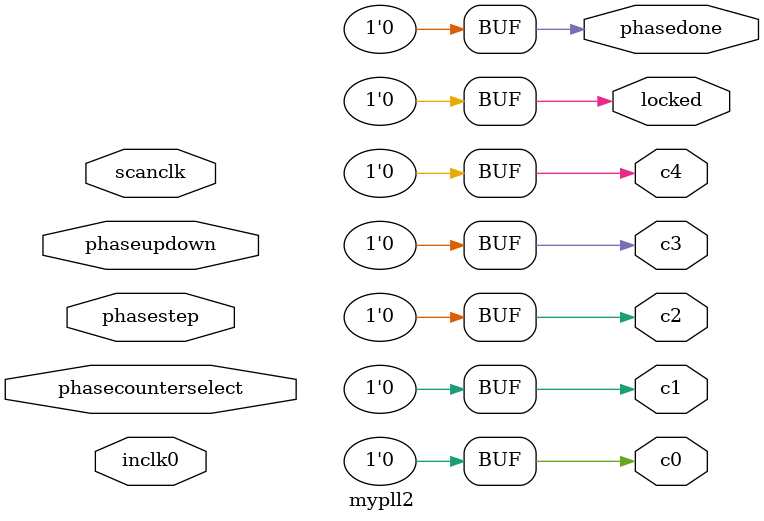
<source format=v>
module mypll2(	// file.cleaned.mlir:2:3
  input        inclk0,	// file.cleaned.mlir:2:24
  input  [2:0] phasecounterselect,	// file.cleaned.mlir:2:41
  input        phasestep,	// file.cleaned.mlir:2:70
               phaseupdown,	// file.cleaned.mlir:2:90
               scanclk,	// file.cleaned.mlir:2:112
  output       c0,	// file.cleaned.mlir:2:131
               c1,	// file.cleaned.mlir:2:144
               c2,	// file.cleaned.mlir:2:157
               c3,	// file.cleaned.mlir:2:170
               c4,	// file.cleaned.mlir:2:183
               locked,	// file.cleaned.mlir:2:196
               phasedone	// file.cleaned.mlir:2:213
);

  assign c0 = 1'h0;	// file.cleaned.mlir:3:14, :4:5
  assign c1 = 1'h0;	// file.cleaned.mlir:3:14, :4:5
  assign c2 = 1'h0;	// file.cleaned.mlir:3:14, :4:5
  assign c3 = 1'h0;	// file.cleaned.mlir:3:14, :4:5
  assign c4 = 1'h0;	// file.cleaned.mlir:3:14, :4:5
  assign locked = 1'h0;	// file.cleaned.mlir:3:14, :4:5
  assign phasedone = 1'h0;	// file.cleaned.mlir:3:14, :4:5
endmodule


</source>
